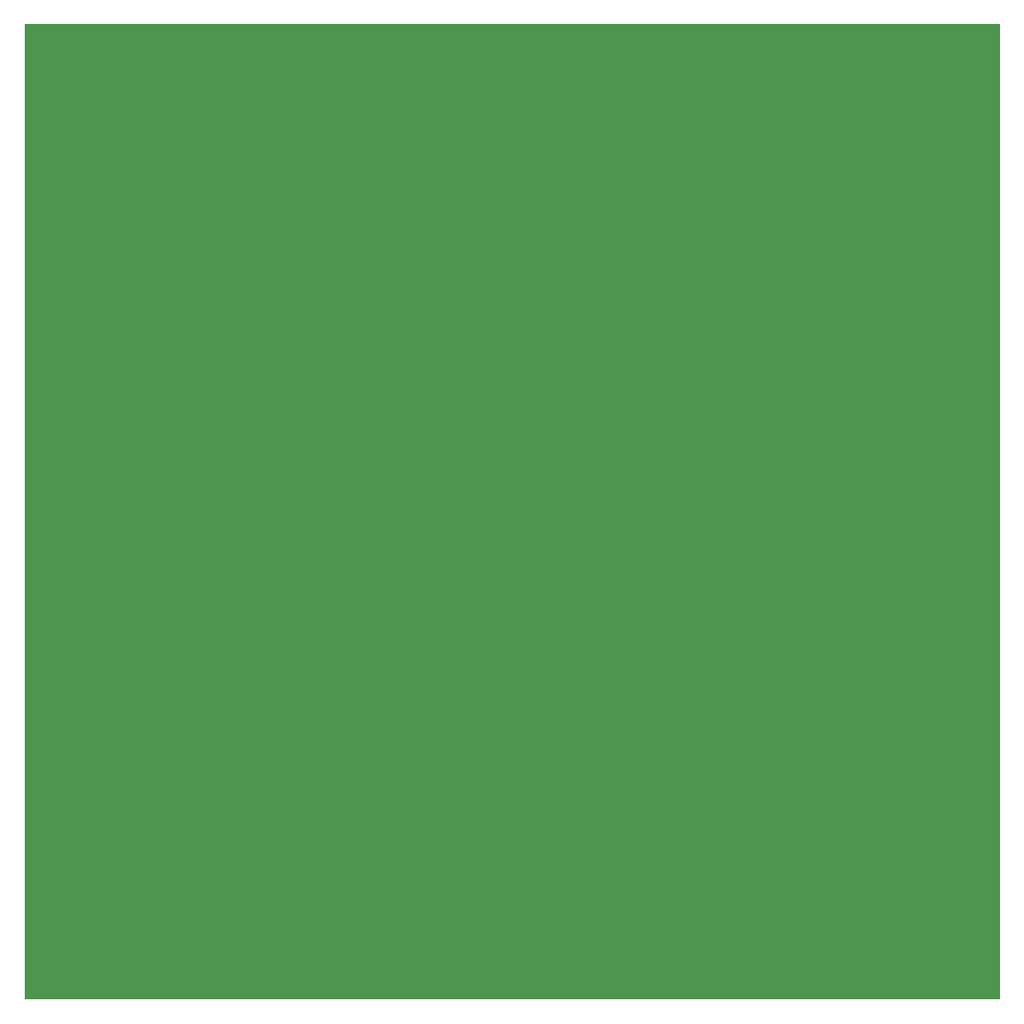
<source format=gbr>
%TF.GenerationSoftware,KiCad,Pcbnew,(7.0.0-0)*%
%TF.CreationDate,2023-04-09T15:45:38-07:00*%
%TF.ProjectId,sofle_click_keyplate_2ndlayer,736f666c-655f-4636-9c69-636b5f6b6579,rev?*%
%TF.SameCoordinates,Original*%
%TF.FileFunction,Soldermask,Top*%
%TF.FilePolarity,Negative*%
%FSLAX46Y46*%
G04 Gerber Fmt 4.6, Leading zero omitted, Abs format (unit mm)*
G04 Created by KiCad (PCBNEW (7.0.0-0)) date 2023-04-09 15:45:38*
%MOMM*%
%LPD*%
G01*
G04 APERTURE LIST*
%ADD10C,2.200000*%
G04 APERTURE END LIST*
G36*
X67120000Y-9670000D02*
G01*
X167120000Y-9670000D01*
X167120000Y-109670000D01*
X67120000Y-109670000D01*
X67120000Y-9670000D01*
G37*
D10*
%TO.C,TH1*%
X80994214Y-94984214D03*
%TD*%
%TO.C,TH2*%
X95155267Y-87782766D03*
%TD*%
M02*

</source>
